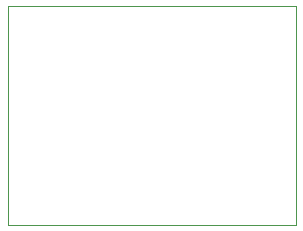
<source format=gbr>
G04 #@! TF.GenerationSoftware,KiCad,Pcbnew,(5.0.2)-1*
G04 #@! TF.CreationDate,2019-08-18T16:28:34-04:00*
G04 #@! TF.ProjectId,stacked_model3_usb,73746163-6b65-4645-9f6d-6f64656c335f,rev?*
G04 #@! TF.SameCoordinates,Original*
G04 #@! TF.FileFunction,Profile,NP*
%FSLAX46Y46*%
G04 Gerber Fmt 4.6, Leading zero omitted, Abs format (unit mm)*
G04 Created by KiCad (PCBNEW (5.0.2)-1) date 2019-08-18 4:28:34 PM*
%MOMM*%
%LPD*%
G01*
G04 APERTURE LIST*
%ADD10C,0.050000*%
G04 APERTURE END LIST*
D10*
X119200000Y-92600000D02*
X119200000Y-77886000D01*
X119600000Y-92600000D02*
X119200000Y-92600000D01*
X143600000Y-92600000D02*
X119600000Y-92600000D01*
X143600000Y-74000000D02*
X143600000Y-92600000D01*
X119200000Y-74000000D02*
X143600000Y-74000000D01*
X119200000Y-75000000D02*
X119200000Y-74000000D01*
X119200000Y-75600000D02*
X119200000Y-75000000D01*
X119200000Y-77886000D02*
X119200000Y-75600000D01*
M02*

</source>
